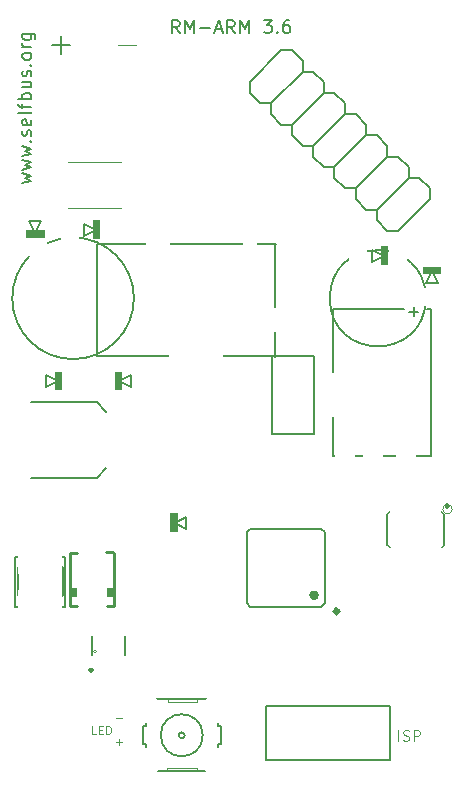
<source format=gto>
G04 #@! TF.GenerationSoftware,KiCad,Pcbnew,5.0.0-rc2-dev-unknown-6866c0c~65~ubuntu16.04.1*
G04 #@! TF.CreationDate,2018-07-16T22:36:55+02:00*
G04 #@! TF.ProjectId,Rauchmelder_3.6,52617563686D656C6465725F332E362E,rev?*
G04 #@! TF.SameCoordinates,Original*
G04 #@! TF.FileFunction,Legend,Top*
G04 #@! TF.FilePolarity,Positive*
%FSLAX46Y46*%
G04 Gerber Fmt 4.6, Leading zero omitted, Abs format (unit mm)*
G04 Created by KiCad (PCBNEW 5.0.0-rc2-dev-unknown-6866c0c~65~ubuntu16.04.1) date Mon Jul 16 22:36:55 2018*
%MOMM*%
%LPD*%
G01*
G04 APERTURE LIST*
%ADD10C,0.300000*%
%ADD11C,0.100000*%
%ADD12C,0.150000*%
%ADD13C,0.200000*%
%ADD14C,0.120000*%
%ADD15C,0.400000*%
%ADD16C,0.406400*%
%ADD17C,0.203200*%
%ADD18C,0.152400*%
%ADD19C,0.050800*%
%ADD20C,0.101600*%
%ADD21C,0.127000*%
%ADD22C,0.254000*%
%ADD23R,1.803200X2.003200*%
%ADD24R,2.003200X1.803200*%
%ADD25R,1.803200X2.006200*%
%ADD26R,2.006200X1.803200*%
%ADD27R,0.453200X1.703200*%
%ADD28R,1.703200X0.453200*%
%ADD29R,1.803200X1.703200*%
%ADD30R,3.703200X1.803200*%
%ADD31R,2.438400X1.422400*%
%ADD32R,2.403200X3.803200*%
%ADD33R,2.003200X1.603200*%
%ADD34R,1.203200X1.603200*%
%ADD35O,3.352800X1.778000*%
%ADD36O,3.120800X1.662000*%
%ADD37C,1.778000*%
%ADD38R,1.983200X2.363200*%
%ADD39C,1.803400*%
%ADD40O,2.153200X4.103200*%
%ADD41R,1.603200X2.003200*%
%ADD42R,1.603200X1.203200*%
%ADD43R,1.676400X1.676400*%
%ADD44C,1.676400*%
%ADD45R,0.803200X1.103200*%
%ADD46R,3.803200X2.703200*%
%ADD47R,2.203200X1.703200*%
%ADD48R,2.203200X2.203200*%
G04 APERTURE END LIST*
D10*
X136700000Y-128435714D02*
X136771428Y-128507142D01*
X136700000Y-128578571D01*
X136628571Y-128507142D01*
X136700000Y-128435714D01*
X136700000Y-128578571D01*
X166900000Y-114535714D02*
X166971428Y-114607142D01*
X166900000Y-114678571D01*
X166828571Y-114607142D01*
X166900000Y-114535714D01*
X166900000Y-114678571D01*
D11*
X137150000Y-133916666D02*
X136816666Y-133916666D01*
X136816666Y-133216666D01*
X137383333Y-133550000D02*
X137616666Y-133550000D01*
X137716666Y-133916666D02*
X137383333Y-133916666D01*
X137383333Y-133216666D01*
X137716666Y-133216666D01*
X138016666Y-133916666D02*
X138016666Y-133216666D01*
X138183333Y-133216666D01*
X138283333Y-133250000D01*
X138350000Y-133316666D01*
X138383333Y-133383333D01*
X138416666Y-133516666D01*
X138416666Y-133616666D01*
X138383333Y-133750000D01*
X138350000Y-133816666D01*
X138283333Y-133883333D01*
X138183333Y-133916666D01*
X138016666Y-133916666D01*
D12*
X146300000Y-101900000D02*
X152300000Y-101900000D01*
D11*
X139038095Y-75542857D02*
X140561904Y-75542857D01*
D13*
X133438095Y-75542857D02*
X134961904Y-75542857D01*
X134200000Y-76304761D02*
X134200000Y-74780952D01*
D11*
X138831666Y-132500000D02*
X139365000Y-132500000D01*
D12*
X152361250Y-92418600D02*
X137200550Y-92418600D01*
X137200550Y-92418600D02*
X137200000Y-101900000D01*
X137200000Y-101900000D02*
X144900000Y-101900000D01*
X152281850Y-101943600D02*
X152281850Y-92498000D01*
D11*
X138831666Y-134600000D02*
X139365000Y-134600000D01*
X139098333Y-134866666D02*
X139098333Y-134333333D01*
D14*
X162750571Y-134457142D02*
X162750571Y-133557142D01*
X163136285Y-134414285D02*
X163264857Y-134457142D01*
X163479142Y-134457142D01*
X163564857Y-134414285D01*
X163607714Y-134371428D01*
X163650571Y-134285714D01*
X163650571Y-134200000D01*
X163607714Y-134114285D01*
X163564857Y-134071428D01*
X163479142Y-134028571D01*
X163307714Y-133985714D01*
X163222000Y-133942857D01*
X163179142Y-133900000D01*
X163136285Y-133814285D01*
X163136285Y-133728571D01*
X163179142Y-133642857D01*
X163222000Y-133600000D01*
X163307714Y-133557142D01*
X163522000Y-133557142D01*
X163650571Y-133600000D01*
X164036285Y-134457142D02*
X164036285Y-133557142D01*
X164379142Y-133557142D01*
X164464857Y-133600000D01*
X164507714Y-133642857D01*
X164550571Y-133728571D01*
X164550571Y-133857142D01*
X164507714Y-133942857D01*
X164464857Y-133985714D01*
X164379142Y-134028571D01*
X164036285Y-134028571D01*
D13*
X130914285Y-87268095D02*
X131647619Y-87058571D01*
X131123809Y-86849047D01*
X131647619Y-86639523D01*
X130914285Y-86430000D01*
X130914285Y-86115714D02*
X131647619Y-85906190D01*
X131123809Y-85696666D01*
X131647619Y-85487142D01*
X130914285Y-85277619D01*
X130914285Y-84963333D02*
X131647619Y-84753809D01*
X131123809Y-84544285D01*
X131647619Y-84334761D01*
X130914285Y-84125238D01*
X131542857Y-83706190D02*
X131595238Y-83653809D01*
X131647619Y-83706190D01*
X131595238Y-83758571D01*
X131542857Y-83706190D01*
X131647619Y-83706190D01*
X131595238Y-83234761D02*
X131647619Y-83130000D01*
X131647619Y-82920476D01*
X131595238Y-82815714D01*
X131490476Y-82763333D01*
X131438095Y-82763333D01*
X131333333Y-82815714D01*
X131280952Y-82920476D01*
X131280952Y-83077619D01*
X131228571Y-83182380D01*
X131123809Y-83234761D01*
X131071428Y-83234761D01*
X130966666Y-83182380D01*
X130914285Y-83077619D01*
X130914285Y-82920476D01*
X130966666Y-82815714D01*
X131595238Y-81872857D02*
X131647619Y-81977619D01*
X131647619Y-82187142D01*
X131595238Y-82291904D01*
X131490476Y-82344285D01*
X131071428Y-82344285D01*
X130966666Y-82291904D01*
X130914285Y-82187142D01*
X130914285Y-81977619D01*
X130966666Y-81872857D01*
X131071428Y-81820476D01*
X131176190Y-81820476D01*
X131280952Y-82344285D01*
X131647619Y-81191904D02*
X131595238Y-81296666D01*
X131490476Y-81349047D01*
X130547619Y-81349047D01*
X130914285Y-80930000D02*
X130914285Y-80510952D01*
X131647619Y-80772857D02*
X130704761Y-80772857D01*
X130600000Y-80720476D01*
X130547619Y-80615714D01*
X130547619Y-80510952D01*
X131647619Y-80144285D02*
X130547619Y-80144285D01*
X130966666Y-80144285D02*
X130914285Y-80039523D01*
X130914285Y-79830000D01*
X130966666Y-79725238D01*
X131019047Y-79672857D01*
X131123809Y-79620476D01*
X131438095Y-79620476D01*
X131542857Y-79672857D01*
X131595238Y-79725238D01*
X131647619Y-79830000D01*
X131647619Y-80039523D01*
X131595238Y-80144285D01*
X130914285Y-78677619D02*
X131647619Y-78677619D01*
X130914285Y-79149047D02*
X131490476Y-79149047D01*
X131595238Y-79096666D01*
X131647619Y-78991904D01*
X131647619Y-78834761D01*
X131595238Y-78730000D01*
X131542857Y-78677619D01*
X131595238Y-78206190D02*
X131647619Y-78101428D01*
X131647619Y-77891904D01*
X131595238Y-77787142D01*
X131490476Y-77734761D01*
X131438095Y-77734761D01*
X131333333Y-77787142D01*
X131280952Y-77891904D01*
X131280952Y-78049047D01*
X131228571Y-78153809D01*
X131123809Y-78206190D01*
X131071428Y-78206190D01*
X130966666Y-78153809D01*
X130914285Y-78049047D01*
X130914285Y-77891904D01*
X130966666Y-77787142D01*
X131542857Y-77263333D02*
X131595238Y-77210952D01*
X131647619Y-77263333D01*
X131595238Y-77315714D01*
X131542857Y-77263333D01*
X131647619Y-77263333D01*
X131647619Y-76582380D02*
X131595238Y-76687142D01*
X131542857Y-76739523D01*
X131438095Y-76791904D01*
X131123809Y-76791904D01*
X131019047Y-76739523D01*
X130966666Y-76687142D01*
X130914285Y-76582380D01*
X130914285Y-76425238D01*
X130966666Y-76320476D01*
X131019047Y-76268095D01*
X131123809Y-76215714D01*
X131438095Y-76215714D01*
X131542857Y-76268095D01*
X131595238Y-76320476D01*
X131647619Y-76425238D01*
X131647619Y-76582380D01*
X131647619Y-75744285D02*
X130914285Y-75744285D01*
X131123809Y-75744285D02*
X131019047Y-75691904D01*
X130966666Y-75639523D01*
X130914285Y-75534761D01*
X130914285Y-75430000D01*
X130914285Y-74591904D02*
X131804761Y-74591904D01*
X131909523Y-74644285D01*
X131961904Y-74696666D01*
X132014285Y-74801428D01*
X132014285Y-74958571D01*
X131961904Y-75063333D01*
X131595238Y-74591904D02*
X131647619Y-74696666D01*
X131647619Y-74906190D01*
X131595238Y-75010952D01*
X131542857Y-75063333D01*
X131438095Y-75115714D01*
X131123809Y-75115714D01*
X131019047Y-75063333D01*
X130966666Y-75010952D01*
X130914285Y-74906190D01*
X130914285Y-74696666D01*
X130966666Y-74591904D01*
X144220476Y-74547619D02*
X143853809Y-74023809D01*
X143591904Y-74547619D02*
X143591904Y-73447619D01*
X144010952Y-73447619D01*
X144115714Y-73500000D01*
X144168095Y-73552380D01*
X144220476Y-73657142D01*
X144220476Y-73814285D01*
X144168095Y-73919047D01*
X144115714Y-73971428D01*
X144010952Y-74023809D01*
X143591904Y-74023809D01*
X144691904Y-74547619D02*
X144691904Y-73447619D01*
X145058571Y-74233333D01*
X145425238Y-73447619D01*
X145425238Y-74547619D01*
X145949047Y-74128571D02*
X146787142Y-74128571D01*
X147258571Y-74233333D02*
X147782380Y-74233333D01*
X147153809Y-74547619D02*
X147520476Y-73447619D01*
X147887142Y-74547619D01*
X148882380Y-74547619D02*
X148515714Y-74023809D01*
X148253809Y-74547619D02*
X148253809Y-73447619D01*
X148672857Y-73447619D01*
X148777619Y-73500000D01*
X148830000Y-73552380D01*
X148882380Y-73657142D01*
X148882380Y-73814285D01*
X148830000Y-73919047D01*
X148777619Y-73971428D01*
X148672857Y-74023809D01*
X148253809Y-74023809D01*
X149353809Y-74547619D02*
X149353809Y-73447619D01*
X149720476Y-74233333D01*
X150087142Y-73447619D01*
X150087142Y-74547619D01*
X151344285Y-73447619D02*
X152025238Y-73447619D01*
X151658571Y-73866666D01*
X151815714Y-73866666D01*
X151920476Y-73919047D01*
X151972857Y-73971428D01*
X152025238Y-74076190D01*
X152025238Y-74338095D01*
X151972857Y-74442857D01*
X151920476Y-74495238D01*
X151815714Y-74547619D01*
X151501428Y-74547619D01*
X151396666Y-74495238D01*
X151344285Y-74442857D01*
X152496666Y-74442857D02*
X152549047Y-74495238D01*
X152496666Y-74547619D01*
X152444285Y-74495238D01*
X152496666Y-74442857D01*
X152496666Y-74547619D01*
X153491904Y-73447619D02*
X153282380Y-73447619D01*
X153177619Y-73500000D01*
X153125238Y-73552380D01*
X153020476Y-73709523D01*
X152968095Y-73919047D01*
X152968095Y-74338095D01*
X153020476Y-74442857D01*
X153072857Y-74495238D01*
X153177619Y-74547619D01*
X153387142Y-74547619D01*
X153491904Y-74495238D01*
X153544285Y-74442857D01*
X153596666Y-74338095D01*
X153596666Y-74076190D01*
X153544285Y-73971428D01*
X153491904Y-73919047D01*
X153387142Y-73866666D01*
X153177619Y-73866666D01*
X153072857Y-73919047D01*
X153020476Y-73971428D01*
X152968095Y-74076190D01*
D11*
X167301200Y-114853600D02*
G75*
G03X167301200Y-114853600I-400000J0D01*
G01*
D12*
X157203075Y-97895475D02*
X157203075Y-110357350D01*
X157203075Y-110357350D02*
X165537450Y-110357350D01*
X165537450Y-110357350D02*
X165537450Y-97895475D01*
X165537450Y-97895475D02*
X165140575Y-97895475D01*
X157203075Y-97895475D02*
X163235575Y-97895475D01*
D15*
X155800000Y-122150000D02*
G75*
G03X155800000Y-122150000I-200000J0D01*
G01*
D16*
X157650000Y-123504000D02*
G75*
G03X157650000Y-123504000I-150000J0D01*
G01*
D17*
X149900000Y-122800000D02*
X150200000Y-123100000D01*
X150200000Y-116500000D02*
X149900000Y-116800000D01*
X156500000Y-116800000D02*
X156200000Y-116500000D01*
X156500000Y-122800000D02*
X156500000Y-116800000D01*
X156200000Y-123100000D02*
X156500000Y-122800000D01*
X150200000Y-123100000D02*
X156200000Y-123100000D01*
X149900000Y-116800000D02*
X149900000Y-122800000D01*
X156200000Y-116500000D02*
X150200000Y-116500000D01*
X161800000Y-115300000D02*
G75*
G03X162000000Y-115100000I0J200000D01*
G01*
X166400000Y-115100000D02*
G75*
G03X166600000Y-115300000I200000J0D01*
G01*
X162000000Y-118100000D02*
G75*
G03X161800000Y-117900000I-200000J0D01*
G01*
X166600000Y-117900000D02*
G75*
G03X166400000Y-118100000I0J-200000D01*
G01*
X166600000Y-115300000D02*
X166600000Y-117900000D01*
X161800000Y-117900000D02*
X161800000Y-115300000D01*
X137200000Y-112200000D02*
X131600000Y-112200000D01*
X138000000Y-111400000D02*
X137200000Y-112200000D01*
X137200000Y-105800000D02*
X138000000Y-106600000D01*
X131600000Y-105800000D02*
X137200000Y-105800000D01*
X155578000Y-108476600D02*
X152022000Y-108476600D01*
X152022000Y-108476600D02*
X152022000Y-101923400D01*
X152022000Y-101923400D02*
X155578000Y-101923400D01*
X155578000Y-101923400D02*
X155578000Y-108476600D01*
D11*
G36*
X132787400Y-91863600D02*
X132787400Y-91254000D01*
X131212600Y-91254000D01*
X131212600Y-91863600D01*
X132787400Y-91863600D01*
G37*
D17*
X132500000Y-90500000D02*
X131500000Y-90500000D01*
X132000000Y-91500000D02*
X132500000Y-90500000D01*
X131500000Y-90500000D02*
X132000000Y-91500000D01*
D18*
X144654000Y-134000000D02*
G75*
G03X144654000Y-134000000I-254000J0D01*
G01*
X146178000Y-134000000D02*
G75*
G03X146178000Y-134000000I-1778000J0D01*
G01*
X147448000Y-134762000D02*
X147448000Y-135016000D01*
X147448000Y-133238000D02*
X147448000Y-132984000D01*
X141352000Y-134762000D02*
X141352000Y-135016000D01*
X141352000Y-133238000D02*
X141352000Y-132984000D01*
X143257000Y-130952000D02*
X142241000Y-130952000D01*
X145670000Y-130952000D02*
X143257000Y-130952000D01*
X145670000Y-137048000D02*
X146559000Y-137048000D01*
X143130000Y-137048000D02*
X145670000Y-137048000D01*
X142241000Y-137048000D02*
X143130000Y-137048000D01*
X146559000Y-130952000D02*
X145670000Y-130952000D01*
D19*
X145670000Y-131206000D02*
X145670000Y-130952000D01*
X143257000Y-131206000D02*
X143257000Y-130952000D01*
X143257000Y-131206000D02*
X145670000Y-131206000D01*
X143130000Y-136794000D02*
X143130000Y-137048000D01*
X143130000Y-136794000D02*
X145670000Y-136794000D01*
X145670000Y-137048000D02*
X145670000Y-136794000D01*
D18*
X147448000Y-133238000D02*
X147702000Y-133238000D01*
X147702000Y-134762000D02*
X147702000Y-133238000D01*
X147702000Y-134762000D02*
X147448000Y-134762000D01*
X141352000Y-134762000D02*
X141098000Y-134762000D01*
X141098000Y-133238000D02*
X141098000Y-134762000D01*
X141098000Y-133238000D02*
X141352000Y-133238000D01*
D17*
X140350000Y-97000000D02*
G75*
G03X140350000Y-97000000I-5150000J0D01*
G01*
D18*
X154628110Y-76918408D02*
X153730085Y-76020382D01*
X150137982Y-78714459D02*
X152832059Y-76020382D01*
X150137982Y-79612485D02*
X150137982Y-78714459D01*
X151036008Y-80510510D02*
X150137982Y-79612485D01*
X151934034Y-80510510D02*
X151036008Y-80510510D01*
X153730085Y-76020382D02*
X152832059Y-76020382D01*
X154628110Y-77816434D02*
X154628110Y-76918408D01*
X165404418Y-87694715D02*
X164506392Y-86796690D01*
X163608366Y-85898664D02*
X162710341Y-85000638D01*
X161812315Y-84102613D02*
X160914290Y-83204587D01*
X160016264Y-82306562D02*
X159118238Y-81408536D01*
X158220213Y-80510510D02*
X157322187Y-79612485D01*
X156424162Y-78714459D02*
X155526136Y-77816434D01*
X151934034Y-80510510D02*
X154628110Y-77816434D01*
X153730085Y-82306562D02*
X156424162Y-79612485D01*
X155526136Y-84102613D02*
X158220213Y-81408536D01*
X157322187Y-85898664D02*
X160016264Y-83204587D01*
X159118238Y-87694715D02*
X161812315Y-85000638D01*
X160914290Y-89490766D02*
X163608366Y-86796690D01*
X151934034Y-81408536D02*
X151934034Y-80510510D01*
X152832059Y-82306562D02*
X151934034Y-81408536D01*
X153730085Y-82306562D02*
X152832059Y-82306562D01*
X153730085Y-83204587D02*
X153730085Y-82306562D01*
X154628110Y-84102613D02*
X153730085Y-83204587D01*
X155526136Y-84102613D02*
X154628110Y-84102613D01*
X155526136Y-85000638D02*
X155526136Y-84102613D01*
X156424162Y-85898664D02*
X155526136Y-85000638D01*
X157322187Y-85898664D02*
X156424162Y-85898664D01*
X157322187Y-86796690D02*
X157322187Y-85898664D01*
X158220213Y-87694715D02*
X157322187Y-86796690D01*
X159118238Y-87694715D02*
X158220213Y-87694715D01*
X159118238Y-88592741D02*
X159118238Y-87694715D01*
X160016264Y-89490766D02*
X159118238Y-88592741D01*
X160914290Y-89490766D02*
X160016264Y-89490766D01*
X160914290Y-90388792D02*
X160914290Y-89490766D01*
X161812315Y-91286818D02*
X160914290Y-90388792D01*
X162710341Y-91286818D02*
X161812315Y-91286818D01*
X165404418Y-88592741D02*
X162710341Y-91286818D01*
X155526136Y-77816434D02*
X154628110Y-77816434D01*
X156424162Y-79612485D02*
X156424162Y-78714459D01*
X157322187Y-79612485D02*
X156424162Y-79612485D01*
X158220213Y-81408536D02*
X158220213Y-80510510D01*
X159118238Y-81408536D02*
X158220213Y-81408536D01*
X160016264Y-83204587D02*
X160016264Y-82306562D01*
X160914290Y-83204587D02*
X160016264Y-83204587D01*
X161812315Y-85000638D02*
X161812315Y-84102613D01*
X162710341Y-85000638D02*
X161812315Y-85000638D01*
X163608366Y-86796690D02*
X163608366Y-85898664D01*
X164506392Y-86796690D02*
X163608366Y-86796690D01*
X165404418Y-88592741D02*
X165404418Y-87694715D01*
D20*
X134760000Y-85480000D02*
X139240000Y-85480000D01*
X139240000Y-89320000D02*
X134760000Y-89320000D01*
D18*
X165064000Y-97000000D02*
G75*
G03X165064000Y-97000000I-4064000J0D01*
G01*
X164048000Y-97762000D02*
X164048000Y-98524000D01*
X164429000Y-98143000D02*
X163667000Y-98143000D01*
D11*
G36*
X164812600Y-94336400D02*
X164812600Y-94946000D01*
X166387400Y-94946000D01*
X166387400Y-94336400D01*
X164812600Y-94336400D01*
G37*
D17*
X165100000Y-95700000D02*
X166100000Y-95700000D01*
X165600000Y-94700000D02*
X165100000Y-95700000D01*
X166100000Y-95700000D02*
X165600000Y-94700000D01*
D11*
G36*
X137463600Y-90412600D02*
X136854000Y-90412600D01*
X136854000Y-91987400D01*
X137463600Y-91987400D01*
X137463600Y-90412600D01*
G37*
D17*
X136100000Y-90700000D02*
X136100000Y-91700000D01*
X137100000Y-91200000D02*
X136100000Y-90700000D01*
X136100000Y-91700000D02*
X137100000Y-91200000D01*
X132900000Y-104500000D02*
X133900000Y-104000000D01*
X133900000Y-104000000D02*
X132900000Y-103500000D01*
X132900000Y-103500000D02*
X132900000Y-104500000D01*
D11*
G36*
X134263600Y-103212600D02*
X133654000Y-103212600D01*
X133654000Y-104787400D01*
X134263600Y-104787400D01*
X134263600Y-103212600D01*
G37*
D17*
X140100000Y-103500000D02*
X139100000Y-104000000D01*
X139100000Y-104000000D02*
X140100000Y-104500000D01*
X140100000Y-104500000D02*
X140100000Y-103500000D01*
D11*
G36*
X138736400Y-104787400D02*
X139346000Y-104787400D01*
X139346000Y-103212600D01*
X138736400Y-103212600D01*
X138736400Y-104787400D01*
G37*
G36*
X161863600Y-92612600D02*
X161254000Y-92612600D01*
X161254000Y-94187400D01*
X161863600Y-94187400D01*
X161863600Y-92612600D01*
G37*
D17*
X160500000Y-92900000D02*
X160500000Y-93900000D01*
X161500000Y-93400000D02*
X160500000Y-92900000D01*
X160500000Y-93900000D02*
X161500000Y-93400000D01*
X162051200Y-131553600D02*
X162051200Y-136053600D01*
X162051200Y-136053600D02*
X151551200Y-136053600D01*
X151551200Y-136053600D02*
X151551200Y-131553600D01*
X151551200Y-131553600D02*
X162051200Y-131553600D01*
D11*
G36*
X143436400Y-116787400D02*
X144046000Y-116787400D01*
X144046000Y-115212600D01*
X143436400Y-115212600D01*
X143436400Y-116787400D01*
G37*
D17*
X144800000Y-116500000D02*
X144800000Y-115500000D01*
X143800000Y-116000000D02*
X144800000Y-116500000D01*
X144800000Y-115500000D02*
X143800000Y-116000000D01*
D11*
X137150000Y-126900000D02*
G75*
G03X137150000Y-126900000I-100000J0D01*
G01*
D18*
X139622000Y-125619000D02*
X139622000Y-127181000D01*
X136777000Y-127181000D02*
X136777000Y-125619000D01*
D21*
X133543000Y-119095000D02*
X134305000Y-119857000D01*
X131257000Y-119095000D02*
X133543000Y-119095000D01*
X130495000Y-119857000D02*
X131257000Y-119095000D01*
X130495000Y-122143000D02*
X130495000Y-119857000D01*
X131257000Y-122905000D02*
X130495000Y-122143000D01*
X133543000Y-122905000D02*
X131257000Y-122905000D01*
X134305000Y-122143000D02*
X133543000Y-122905000D01*
X134305000Y-119857000D02*
X134305000Y-122143000D01*
X134500000Y-118900000D02*
X134500000Y-123100000D01*
X130300000Y-118900000D02*
X134500000Y-118900000D01*
X130300000Y-123100000D02*
X130300000Y-118900000D01*
X134500000Y-123100000D02*
X130300000Y-123100000D01*
D11*
G36*
X138550000Y-122300000D02*
X138550000Y-121550000D01*
X138050000Y-121550000D01*
X138050000Y-122300000D01*
X138550000Y-122300000D01*
G37*
G36*
X135550000Y-122300000D02*
X135550000Y-121550000D01*
X135050000Y-121550000D01*
X135050000Y-122300000D01*
X135550000Y-122300000D01*
G37*
D22*
X134975000Y-118550000D02*
X135550000Y-118550000D01*
X138050000Y-118550000D02*
G75*
G03X138625000Y-118550000I287500J17297803D01*
G01*
X138625000Y-123050000D02*
X138050000Y-123050000D01*
X134975000Y-123050000D02*
X135550000Y-123050000D01*
X138625000Y-118550000D02*
X138625000Y-123050000D01*
X134975000Y-123050000D02*
X134975000Y-118550000D01*
%LPC*%
D23*
X164800000Y-127000000D03*
X162000000Y-127000000D03*
D24*
X142400000Y-89600000D03*
X142400000Y-86800000D03*
D23*
X151000000Y-127000000D03*
X153800000Y-127000000D03*
X160600000Y-110400000D03*
X163400000Y-110400000D03*
D24*
X160400000Y-106600000D03*
X160400000Y-103800000D03*
D23*
X151000000Y-129800000D03*
X153800000Y-129800000D03*
D24*
X160400000Y-115200000D03*
X160400000Y-118000000D03*
D23*
X163200000Y-120600000D03*
X160400000Y-120600000D03*
X162800000Y-113000000D03*
X165600000Y-113000000D03*
X146000000Y-121200000D03*
X143200000Y-121200000D03*
X136000000Y-116200000D03*
X133200000Y-116200000D03*
D24*
X135200000Y-125200000D03*
X135200000Y-128000000D03*
D23*
X134800000Y-133000000D03*
X132000000Y-133000000D03*
X136000000Y-113800000D03*
X133200000Y-113800000D03*
D25*
X164822000Y-124400000D03*
X161978000Y-124400000D03*
X155378000Y-110400000D03*
X158222000Y-110400000D03*
X152822000Y-110400000D03*
X149978000Y-110400000D03*
D26*
X141200000Y-107378000D03*
X141200000Y-110222000D03*
X145000000Y-89622000D03*
X145000000Y-86778000D03*
D25*
X146178000Y-81800000D03*
X149022000Y-81800000D03*
D26*
X142400000Y-92378000D03*
X142400000Y-95222000D03*
D25*
X144178000Y-102600000D03*
X147022000Y-102600000D03*
D26*
X163000000Y-106622000D03*
X163000000Y-103778000D03*
D25*
X134822000Y-135600000D03*
X131978000Y-135600000D03*
D26*
X150200000Y-86778000D03*
X150200000Y-89622000D03*
X147600000Y-89622000D03*
X147600000Y-86778000D03*
D25*
X147022000Y-105200000D03*
X144178000Y-105200000D03*
D26*
X152800000Y-86778000D03*
X152800000Y-89622000D03*
D25*
X161978000Y-129600000D03*
X164822000Y-129600000D03*
X152978000Y-98800000D03*
X155822000Y-98800000D03*
X143022000Y-113000000D03*
X140178000Y-113000000D03*
X146022000Y-118600000D03*
X143178000Y-118600000D03*
X131978000Y-130400000D03*
X134822000Y-130400000D03*
X141178000Y-127200000D03*
X144022000Y-127200000D03*
D26*
X137600000Y-135022000D03*
X137600000Y-132178000D03*
D27*
X155950000Y-124100000D03*
X155450000Y-124100000D03*
X154950000Y-124100000D03*
X154450000Y-124100000D03*
X153950000Y-124100000D03*
X153450000Y-124100000D03*
X152950000Y-124100000D03*
X152450000Y-124100000D03*
X151950000Y-124100000D03*
X151450000Y-124100000D03*
X150950000Y-124100000D03*
X150450000Y-124100000D03*
D28*
X148900000Y-122550000D03*
X148900000Y-122050000D03*
X148900000Y-121550000D03*
X148900000Y-121050000D03*
X148900000Y-120550000D03*
X148900000Y-120050000D03*
X148900000Y-119550000D03*
X148900000Y-119050000D03*
X148900000Y-118550000D03*
X148900000Y-118050000D03*
X148900000Y-117550000D03*
X148900000Y-117050000D03*
D27*
X150450000Y-115500000D03*
X150950000Y-115500000D03*
X151450000Y-115500000D03*
X151950000Y-115500000D03*
X152450000Y-115500000D03*
X152950000Y-115500000D03*
X153450000Y-115500000D03*
X153950000Y-115500000D03*
X154450000Y-115500000D03*
X154950000Y-115500000D03*
X155450000Y-115500000D03*
X155950000Y-115500000D03*
D28*
X157500000Y-117050000D03*
X157500000Y-117550000D03*
X157500000Y-118050000D03*
X157500000Y-118550000D03*
X157500000Y-119050000D03*
X157500000Y-119550000D03*
X157500000Y-120050000D03*
X157500000Y-120550000D03*
X157500000Y-121050000D03*
X157500000Y-121550000D03*
X157500000Y-122050000D03*
X157500000Y-122550000D03*
D29*
X165450000Y-117750000D03*
X162950000Y-117750000D03*
X162950000Y-115450000D03*
X165450000Y-115450000D03*
D30*
X137600000Y-109000000D03*
X132000000Y-109000000D03*
D31*
X150701200Y-102888600D03*
X150701200Y-105200000D03*
X150701200Y-107511400D03*
D32*
X156899000Y-105200000D03*
D33*
X132000000Y-89300000D03*
X132000000Y-92700000D03*
D34*
X149250000Y-94500000D03*
X151150000Y-94500000D03*
X150200000Y-92300000D03*
D35*
X141148800Y-131739400D03*
X141148800Y-136260600D03*
X147651200Y-131739400D03*
X147651200Y-136260600D03*
D36*
X135200000Y-99500000D03*
X135200000Y-94500000D03*
D37*
X151485021Y-79163472D03*
X153281072Y-77367421D03*
X153281072Y-80959523D03*
X155077123Y-79163472D03*
X155077123Y-82755574D03*
X156873174Y-80959523D03*
X156873174Y-84551626D03*
X158669226Y-82755574D03*
X158669226Y-86347677D03*
X160465277Y-84551626D03*
X160465277Y-88143728D03*
X162261328Y-86347677D03*
X162261328Y-89939779D03*
X164057379Y-88143728D03*
D38*
X139040000Y-87400000D03*
X134970000Y-87400000D03*
D39*
X162778000Y-97000000D03*
X159222000Y-97000000D03*
D40*
X134125000Y-80400000D03*
X139875000Y-80400000D03*
D33*
X165600000Y-96900000D03*
X165600000Y-93500000D03*
D41*
X134900000Y-91200000D03*
X138300000Y-91200000D03*
X135100000Y-104000000D03*
X131700000Y-104000000D03*
D42*
X143700000Y-109800000D03*
X145900000Y-108850000D03*
X145900000Y-110750000D03*
D41*
X137900000Y-104000000D03*
X141300000Y-104000000D03*
X159300000Y-93400000D03*
X162700000Y-93400000D03*
D43*
X152801200Y-134803600D03*
D44*
X152801200Y-132803600D03*
X154801200Y-134803600D03*
X154801200Y-132803600D03*
X156801200Y-134803600D03*
X156801200Y-132803600D03*
X158801200Y-134803600D03*
X158801200Y-132803600D03*
X160801200Y-134803600D03*
X160801200Y-132803600D03*
D41*
X146000000Y-116000000D03*
X142600000Y-116000000D03*
D45*
X137250000Y-125250000D03*
X138200000Y-125250000D03*
X139150000Y-125250000D03*
X139150000Y-127550000D03*
X138200000Y-127550000D03*
X137250000Y-127550000D03*
D46*
X132400000Y-118975000D03*
X132400000Y-123025000D03*
D47*
X140200000Y-122900000D03*
X140200000Y-119900000D03*
D48*
X136800000Y-118800000D03*
X136800000Y-122800000D03*
M02*

</source>
